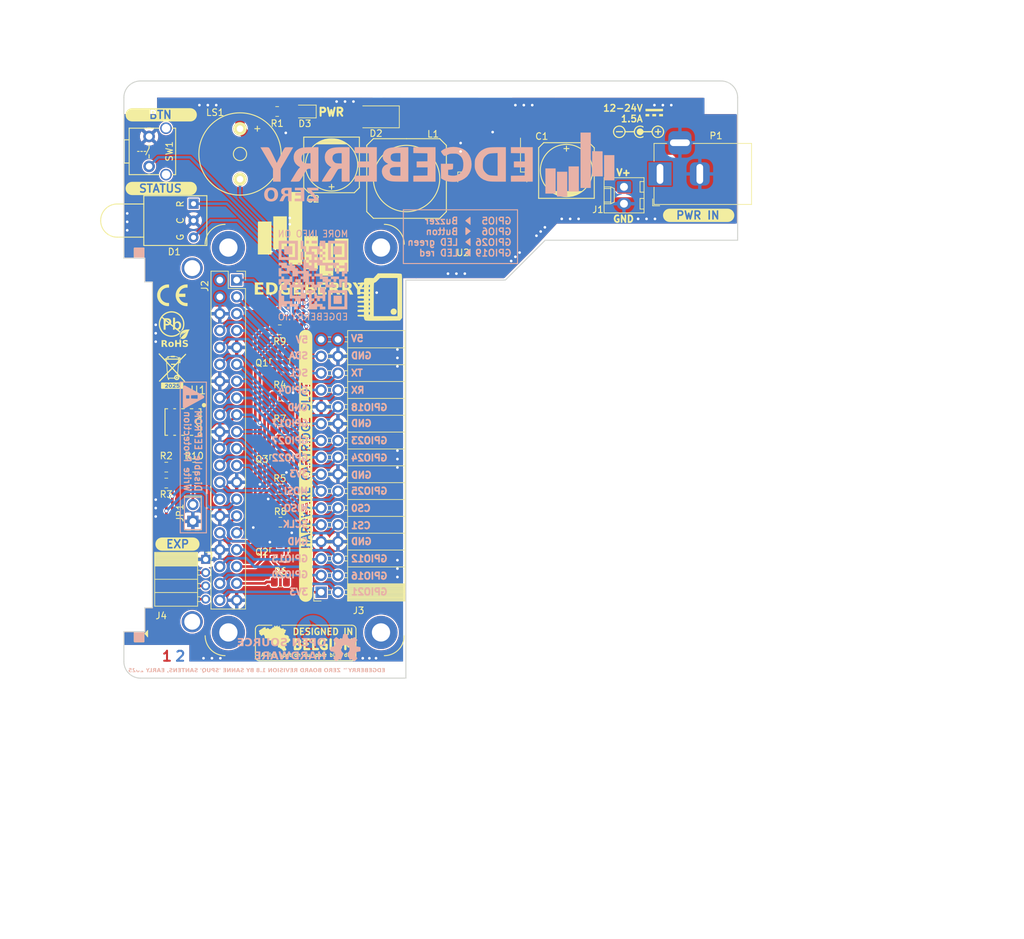
<source format=kicad_pcb>
(kicad_pcb (version 20240108) (generator "pcbnew") (generator_version "8.0")
  (layers (0 "F.Cu" signal) (31 "B.Cu" signal) (34 "B.Paste" user) (35 "F.Paste" user) (36 "B.SilkS" user "B.Silkscreen") (37 "F.SilkS" user "F.Silkscreen") (38 "B.Mask" user) (39 "F.Mask" user) (44 "Edge.Cuts" user))
  (net 0 "")
  (net 1 "+3V3")
  (net 2 "GND")
  (net 3 "btn_1")
  (net 4 "UART_TX")
  (net 5 "UART_RX")
  (net 6 "+12V")
  (net 7 "+5V")
  (net 8 "Net-(D1-A2)")
  (net 9 "Net-(D1-A1)")
  (net 10 "WP")
  (net 11 "Net-(D2-K)")
  (net 12 "Net-(D3-A)")
  (net 13 "I2C_SDA")
  (net 14 "I2C_SCL")
  (net 15 "LED_red")
  (net 16 "ID_SCL")
  (net 17 "ID_SDA")
  (net 18 "buzzer")
  (net 19 "GPIO_4")
  (net 20 "GPIO_23")
  (net 21 "GPIO_24")
  (net 22 "Net-(Q1-C)")
  (net 23 "GPIO_25")
  (net 24 "SPI_SCLK")
  (net 25 "SPI_CS0")
  (net 26 "SPI_CS1")
  (net 27 "SPI_MOSI")
  (net 28 "SPI_MISO")
  (net 29 "GPIO_18")
  (net 30 "GPIO_17")
  (net 31 "GPIO_22")
  (net 32 "GPIO_16")
  (net 33 "GPIO_12")
  (net 34 "GPIO_21")
  (net 35 "GPIO_20")
  (net 36 "GPIO_27")
  (net 37 "GPIO_13")
  (net 38 "LED_green")
  (net 39 "Net-(Q1-B)")
  (net 40 "Net-(Q2-E)")
  (net 41 "Net-(Q2-B)")
  (net 42 "Net-(Q3-E)")
  (net 43 "Net-(Q3-B)")
  (footprint "Capacitors_SMD:c_elec_8x10" (layer "F.Cu") (at 192.849 65.2672 90)
    (property "Reference" "C1")
    (property "Value" "330uF")
  )
  (footprint "Capacitors_SMD:c_elec_8x10" (layer "F.Cu") (at 157.449 64.422 -90)
    (property "Reference" "C2")
    (property "Value" "220uF")
  )
  (footprint "Inductors:SELF-WE-PD-XXL" (layer "F.Cu") (at 168.749 66.472 -90)
    (property "Reference" "L1")
    (property "Value" "33uH")
  )
  (footprint "TO_SOT_Packages_SMD:SOT-23" (layer "F.Cu") (at 149.649 108.772)
    (property "Reference" "Q3")
    (property "Value" "BC547")
  )
  (footprint "TO_SOT_Packages_SMD:SOT-23" (layer "F.Cu") (at 149.649 122.77022)
    (property "Reference" "Q2")
    (property "Value" "BC547")
  )
  (footprint "emcosys:tactile_switch_vertical" (layer "F.Cu") (at 129.949 62.388 -90)
    (property "Reference" "SW1")
    (property "Value" "SW_PUSH")
  )
  (footprint "emcosys:Hole_M2.5" (layer "F.Cu") (at 136.7294 112.266 -90)
    (property "Reference" "REF**" (hide yes))
    (property "Value" "Hole_M3" (hide yes))
  )
  (footprint "TO_SOT_Packages_SMD:SOT-23" (layer "F.Cu") (at 149.649 94.27022)
    (property "Reference" "Q1")
    (property "Value" "BC547")
  )
  (footprint "emcosys:Hole_M2.5_small" (layer "F.Cu") (at 128.649 54.222)
    (property "Reference" "REF**" (hide yes))
    (property "Value" "Hole_M2.5_small" (hide yes))
  )
  (footprint "emcosys:Hole_M2.5_small" (layer "F.Cu") (at 216.149 54.272)
    (property "Reference" "REF**" (hide yes))
    (property "Value" "Hole_M2.5_small" (hide yes))
  )
  (footprint "emcosys:Hole_M2.5_small" (layer "F.Cu") (at 128.649 139.272)
    (property "Reference" "REF**" (hide yes))
    (property "Value" "Hole_M2.5_small" (hide yes))
  )
  (footprint "Buzzers_Beepers:Buzzer_12x9.5RM7.6" (layer "F.Cu") (at 143.649 62.772 -90)
    (property "Reference" "LS1")
    (property "Value" "Buzzer")
  )
  (footprint "Fiducials:Fiducial_1mm_Dia_2.54mm_Outer_CopperTop" (layer "F.Cu") (at 211.75 56.5)
    (property "Reference" "REF**" (hide yes))
    (property "Value" "Fiducial_1mm_Dia_2.54mm_Outer_CopperTop" (hide yes))
  )
  (footprint "Connector_Molex:Molex_KK-254_AE-6410-02A_1x02_P2.54mm_Vertical" (layer "F.Cu") (at 201.517 67.731 -90)
    (property "Reference" "J1")
    (property "Value" "Molex_KK_1x02_P2.54mm")
  )
  (footprint "Resistor_SMD:R_0805_2012Metric" (layer "F.Cu") (at 132.5365 109.972)
    (property "Reference" "R2")
    (property "Value" "10k")
  )
  (footprint "LOGO" (layer "F.Cu") (at 153.149 74.772)
    (property "Reference" "G***" (hide yes))
    (property "Value" "LOGO" (hide yes))
  )
  (footprint "" (layer "F.Cu") (at 141.899 134.882)
    (property "Reference" "")
    (property "Value" "")
  )
  (footprint "Package_TO_SOT_SMD:TO-263-5_TabPin3" (layer "F.Cu") (at 181.674 68.447 -90)
    (property "Reference" "U2")
    (property "Value" "LM2596S-5.0")
  )
  (footprint "LOGO" (layer "F.Cu") (at 148.849 135.772)
    (property "Reference" "G***" (hide yes))
    (property "Value" "LOGO" (hide yes))
  )
  (footprint "Resistor_SMD:R_0805_2012Metric" (layer "F.Cu") (at 149.649 89.272 180)
    (property "Reference" "R9")
    (property "Value" "10k")
  )
  (footprint "LED_SMD:LED_0805_2012Metric" (layer "F.Cu") (at 153.449 56.372 180)
    (property "Reference" "D3")
    (property "Value" "LED")
  )
  (footprint "Connector_PinSocket_2.00mm:PinSocket_1x04_P2.00mm_Horizontal" (layer "F.Cu") (at 138.474 123.872)
    (property "Reference" "J4")
    (property "Value" "Conn_01x04_Socket" (hide yes))
  )
  (footprint "emcosys:SOIC_8" (layer "F.Cu") (at 135.049 103.172 180)
    (property "Reference" "U1")
    (property "Value" "24LC256")
  )
  (footprint "LOGO" (layer "F.Cu") (at 133.749 88.772)
    (property "Reference" "G***" (hide yes))
    (property "Value" "LOGO" (hide yes))
  )
  (footprint "Connector_PinSocket_2.54mm:PinSocket_2x20_P2.54mm_Vertical" (layer "F.Cu") (at 143.149 81.772)
    (property "Reference" "J2")
    (property "Value" "Raspberry_Pi_2_3" (hide yes))
  )
  (footprint "emcosys:bicolor_LED_right_angle" (layer "F.Cu") (at 136.649 72.812 -90)
    (property "Reference" "D1")
    (property "Value" "Led_x2")
  )
  (footprint "Connector_PinHeader_2.54mm:PinHeader_1x02_P2.54mm_Vertical" (layer "F.Cu") (at 136.549 118.147 180)
    (property "Reference" "JP1")
    (property "Value" "Jumper_2_Open" (hide yes))
  )
  (footprint "LOGO" (layer "F.Cu") (at 164.649 84.272)
    (property "Reference" "G***" (hide yes))
    (property "Value" "LOGO" (hide yes))
  )
  (footprint "" (layer "F.Cu") (at 164.899 134.882)
    (property "Reference" "")
    (property "Value" "")
  )
  (footprint "LOGO" (layer "F.Cu") (at 203.749 59.422)
    (property "Reference" "G***" (hide yes))
    (property "Value" "LOGO" (hide yes))
  )
  (footprint "Resistor_SMD:R_0805_2012Metric" (layer "F.Cu") (at 149.249 56.372)
    (property "Reference" "R1")
    (property "Value" "470R")
  )
  (footprint "Resistor_SMD:R_0805_2012Metric" (layer "F.Cu") (at 136.7365 109.972 180)
    (property "Reference" "R10")
    (property "Value" "10k")
  )
  (footprint "Resistor_SMD:R_0805_2012Metric" (layer "F.Cu") (at 149.649 104.272)
    (property "Reference" "R7")
    (property "Value" "22R")
  )
  (footprint "LOGO" (layer "F.Cu") (at 133.449 84.072)
    (property "Reference" "G***" (hide yes))
    (property "Value" "LOGO" (hide yes))
  )
  (footprint "Diode_SMD:D_SMA" (layer "F.Cu") (at 164.149 57.172 180)
    (property "Reference" "D2")
    (property "Value" "SS54")
  )
  (footprint "LOGO" (layer "F.Cu") (at 206.049 56.572)
    (property "Reference" "G***" (hide yes))
    (property "Value" "LOGO" (hide yes))
  )
  (footprint "Resistor_SMD:R_0805_2012Metric" (layer "F.Cu") (at 149.649 99.272 180)
    (property "Reference" "R4")
    (property "Value" "3k3")
  )
  (footprint "Connector_BarrelJack:BarrelJack_Horizontal" (layer "F.Cu") (at 206.949 65.7795 180)
    (property "Reference" "P1")
    (property "Value" "12Vin")
  )
  (footprint "" (layer "F.Cu") (at 141.899 76.882)
    (property "Reference" "")
    (property "Value" "")
  )
  (footprint "Resistor_SMD:R_0805_2012Metric" (layer "F.Cu") (at 149.649 113.272 180)
    (property "Reference" "R5")
    (property "Value" "3k3")
  )
  (footprint "Resistor_SMD:R_0805_2012Metric" (layer "F.Cu") (at 149.7365 118.272)
    (property "Reference" "R8")
    (property "Value" "22R")
  )
  (footprint "Resistor_SMD:R_0805_2012Metric" (layer "F.Cu") (at 132.5365 112.372)
    (property "Reference" "R3")
    (property "Value" "10k")
  )
  (footprint "LOGO" (layer "F.Cu") (at 133.449 94.972)
    (property "Reference" "G***" (hide yes))
    (property "Value" "LOGO" (hide yes))
  )
  (footprint "" (layer "F.Cu") (at 164.899 76.882)
    (property "Reference" "")
    (property "Value" "")
  )
  (footprint "Connector_PinSocket_2.54mm:PinSocket_2x16_P2.54mm_Horizontal" (layer "F.Cu") (at 155.874 128.822 180)
    (property "Reference" "J3")
    (property "Value" "Edgeberry Cartridge Connector")
  )
  (footprint "Resistor_SMD:R_0805_2012Metric" (layer "F.Cu") (at 149.7365 127.272 180)
    (property "Reference" "R6")
    (property "Value" "3k3")
  )
  (footprint "TestPoint:TestPoint_THTPad_2.5x2.5mm_Drill1.2mm" (layer "F.Cu") (at 136.449 79.972)
    (property "Reference" "REF**" (hide yes))
    (property "Value" "TestPoint_THTPad_2.5x2.5mm_Drill1.2mm" (hide yes))
  )
  (footprint "TestPoint:TestPoint_THTPad_2.5x2.5mm_Drill1.2mm" (layer "F.Cu") (at 136.449 133.272)
    (property "Reference" "REF**" (hide yes))
    (property "Value" "TestPoint_THTPad_2.5x2.5mm_Drill1.2mm" (hide yes))
  )
  (footprint "emcosys:SpuQ_5mm_copper" (layer "B.Cu") (at 154.649 134.772 180)
    (property "Reference" "G***" (hide yes))
    (property "Value" "LOGO" (hide yes))
  )
  (footprint "emcosys:Hole_M2.5" (layer "B.Cu") (at 167.649 76.772 180)
    (property "Reference" "REF**" (hide yes))
    (property "Value" "Hole_M3" (hide yes))
  )
  (footprint "LOGO" (layer "B.Cu") (at 136.649 99.372 90)
    (property "Reference" "G***" (hide yes))
    (property "Value" "LOGO" (hide yes))
  )
  (footprint "LOGO" (layer "B.Cu") (at 173.021056 64.347 180)
    (property "Reference" "G***" (hide yes))
    (property "Value" "LOGO" (hide yes))
  )
  (footprint "LOGO" (layer "B.Cu") (at 159.549 137.172 180)
    (property "Reference" "G***" (hide yes))
    (property "Value" "LOGO" (hide yes))
  )
  (footprint "LOGO" (layer "B.Cu") (at 154.649 81.022 180)
    (property "Reference" "G***" (hide yes))
    (property "Value" "LOGO" (hide yes))
  )
  (gr_poly (pts (xy 178.3254 73.3416) (xy 177.6904 72.8336) (xy 178.3254 72.3256)) (stroke (width 0.15)) (fill solid) (layer "B.SilkS"))
  (gr_line (start 138.5794 119.8698) (end 138.5794 97.1622) (stroke (width 0.15)) (layer "B.SilkS"))
  (gr_line (start 185.4778 79.286) (end 168.267 79.286) (stroke (width 0.15)) (layer "B.SilkS"))
  (gr_line (start 137.8174 114.5358) (end 137.8174 119.3618) (stroke (width 0.15)) (layer "B.SilkS"))
  (gr_poly (pts (xy 178.3254 76.542) (xy 177.6904 76.034) (xy 178.3254 75.526)) (stroke (width 0.15)) (fill solid) (layer "B.SilkS"))
  (gr_line (start 135.2774 114.5358) (end 137.8174 114.5358) (stroke (width 0.15)) (layer "B.SilkS"))
  (gr_line (start 134.6424 119.8698) (end 134.6424 97.1622) (stroke (width 0.15)) (layer "B.SilkS"))
  (gr_line (start 135.2774 119.3618) (end 135.2774 114.5358) (stroke (width 0.15)) (layer "B.SilkS"))
  (gr_poly (pts (xy 178.3254 78.1422) (xy 177.6904 77.6342) (xy 178.3254 77.1262)) (stroke (width 0.15)) (fill solid) (layer "B.SilkS"))
  (gr_line (start 185.4778 71.186) (end 168.267 71.186) (stroke (width 0.15)) (layer "B.SilkS"))
  (gr_line (start 134.6424 97.1622) (end 138.5794 97.1622) (stroke (width 0.15)) (layer "B.SilkS"))
  (gr_line (start 138.5794 119.8698) (end 134.6424 119.8698) (stroke (width 0.15)) (layer "B.SilkS"))
  (gr_poly (pts (xy 177.6904 73.9004) (xy 178.3254 74.4084) (xy 177.6904 74.9164)) (stroke (width 0.15)) (fill solid) (layer "B.SilkS"))
  (gr_line (start 185.4778 71.186) (end 185.4778 79.286) (stroke (width 0.15)) (layer "B.SilkS"))
  (gr_line (start 137.8174 119.3618) (end 135.2774 119.3618) (stroke (width 0.15)) (layer "B.SilkS"))
  (gr_line (start 168.267 71.186) (end 168.267 79.286) (stroke (width 0.15)) (layer "B.SilkS"))
  (gr_line (start 160.524736 133.796264) (end 149.949 133.796264) (stroke (width 0.15)) (layer "F.SilkS"))
  (gr_arc (start 160.524736 133.796264) (mid 160.94899 133.97201) (end 161.124736 134.396264) (stroke (width 0.15)) (layer "F.SilkS"))
  (gr_arc (start 165.399 73.382) (mid 167.52032 74.26068) (end 168.399 76.382) (stroke (width 0.15)) (layer "F.SilkS"))
  (gr_line (start 145.973264 134.372) (end 145.973264 138.547736) (stroke (width 0.15)) (layer "F.SilkS"))
  (gr_arc (start 168.399 135.382) (mid 167.52032 137.50332) (end 165.399 138.382) (stroke (width 0.15)) (layer "F.SilkS"))
  (gr_arc (start 138.399 76.382) (mid 139.27768 74.26068) (end 141.399 73.382) (stroke (width 0.15)) (layer "F.SilkS"))
  (gr_arc (start 146.573264 139.147736) (mid 146.14901 138.97199) (end 145.973264 138.547736) (stroke (width 0.15)) (layer "F.SilkS"))
  (gr_line (start 148.449 133.796264) (end 146.573264 133.796264) (stroke (width 0.15)) (layer "F.SilkS"))
  (gr_arc (start 161.124736 138.547736) (mid 160.949019 138.972019) (end 160.524736 139.147736) (stroke (width 0.15)) (layer "F.SilkS"))
  (gr_poly (pts (xy 129.299 135.072) (xy 129.749 135.572) (xy 129.749 134.572)) (stroke (width 0.1)) (fill solid) (layer "F.SilkS"))
  (gr_line (start 146.573264 139.147736) (end 160.524736 139.147736) (stroke (width 0.15)) (layer "F.SilkS"))
  (gr_arc (start 141.399 138.382) (mid 139.27768 137.50332) (end 138.399 135.382) (stroke (width 0.15)) (layer "F.SilkS"))
  (gr_arc (start 145.973264 134.396264) (mid 146.148981 133.971981) (end 146.573264 133.796264) (stroke (width 0.15)) (layer "F.SilkS"))
  (gr_line (start 161.124736 138.547736) (end 161.124736 134.396264) (stroke (width 0.15)) (layer "F.SilkS"))
  (gr_line (start 130.449 131.172) (end 130.449 82.072) (stroke (width 0.15)) (layer "Edge.Cuts"))
  (gr_line (start 183.649 81.772) (end 168.649 81.772) (stroke (width 0.15)) (layer "Edge.Cuts"))
  (gr_line (start 129.299 82.072) (end 129.299 78.472) (stroke (width 0.15)) (layer "Edge.Cuts"))
  (gr_line (start 129.299 78.472) (end 126.149 78.472) (stroke (width 0.15)) (layer "Edge.Cuts"))
  (gr_arc (start 126.149 54.272) (mid 126.881233 52.504233) (end 128.649 51.772) (stroke (width 0.15)) (layer "Edge.Cuts"))
  (gr_line (start 168.649 141.772) (end 168.649 81.772) (stroke (width 0.15)) (layer "Edge.Cuts"))
  (gr_arc (start 216.149 51.772) (mid 217.916767 52.504233) (end 218.649 54.272) (stroke (width 0.15)) (layer "Edge.Cuts"))
  (gr_line (start 126.149 134.772) (end 129.299 134.772) (stroke (width 0.15)) (layer "Edge.Cuts"))
  (gr_line (start 126.149 54.272) (end 126.149 78.472) (stroke (width 0.15)) (layer "Edge.Cuts"))
  (gr_line (start 189.649 75.772) (end 218.649 75.772) (stroke (width 0.15)) (layer "Edge.Cuts"))
  (gr_line (start 129.299 82.072) (end 130.449 82.072) (stroke (width 0.15)) (layer "Edge.Cuts"))
  (gr_line (start 129.299 131.172) (end 130.449 131.172) (stroke (width 0.15)) (layer "Edge.Cuts"))
  (gr_line (start 183.649 81.772) (end 189.649 75.772) (stroke (width 0.15)) (layer "Edge.Cuts"))
  (gr_line (start 126.149 139.272) (end 126.149 134.772) (stroke (width 0.15)) (layer "Edge.Cuts"))
  (gr_line (start 218.649 75.772) (end 218.649 54.272) (stroke (width 0.15)) (layer "Edge.Cuts"))
  (gr_line (start 216.149 51.772) (end 128.649 51.772) (stroke (width 0.15)) (layer "Edge.Cuts"))
  (gr_line (start 168.649 141.772) (end 128.649 141.772) (stroke (width 0.15)) (layer "Edge.Cuts"))
  (gr_arc (start 128.649 141.772) (mid 126.881233 141.039767) (end 126.149 139.272) (stroke (width 0.15)) (layer "Edge.Cuts"))
  (gr_line (start 129.299 134.772) (end 129.299 131.172) (stroke (width 0.15)) (layer "Edge.Cuts"))
  (gr_text "1" (at 132.649 138.472 0) (layer "F.Cu") (effects (font (size 1.5 1.5) (thickness 0.3))))
  (gr_text "2" (at 134.649 138.472 0) (layer "B.Cu") (effects (font (size 1.5 1.5) (thickness 0.3))))
  (gr_text "5V" (at 160.249 90.572 0) (layer "B.SilkS") (effects (font (size 1 1) (thickness 0.25)) (justify right mirror)))
  (gr_text "GPIO24" (at 160.249 108.572 0) (layer "B.SilkS") (effects (font (size 1 1) (thickness 0.25)) (justify right mirror)))
  (gr_text "MOSI" (at 154.049 113.572 0) (layer "B.SilkS") (effects (font (size 1 1) (thickness 0.25)) (justify left mirror)))
  (gr_text "5V" (at 154.049 90.772 0) (layer "B.SilkS") (effects (font (size 1 1) (thickness 0.25)) (justify left mirror)))
  (gr_text "3V3" (at 154.049 110.972 0) (layer "B.SilkS") (effects (font (size 1 1) (thickness 0.25)) (justify left mirror)))
  (gr_text "GND" (at 154.049 100.972 0) (layer "B.SilkS") (effects (font (size 1 1) (thickness 0.25)) (justify left mirror)))
  (gr_text "GND" (at 160.249 111.172 0) (layer "B.SilkS") (effects (font (size 1 1) (thickness 0.25)) (justify right mirror)))
  (gr_text "EDGEBERRY™ ZERO BOARD REVISION 1.8 BY SANNE 'SPUQ' SANTENS, EARLY 2025" (at 165.549 140.972 0) (layer "B.SilkS") (effects (font (size 0.6 0.6)) (justify left bottom mirror)))
  (gr_text "GPIO21" (at 160.249 128.772 0) (layer "B.SilkS") (effects (font (size 1 1) (thickness 0.25)) (justify right mirror)))
  (gr_text "GPIO12" (at 160.249 123.772 0) (layer "B.SilkS") (effects (font (size 1 1) (thickness 0.25)) (justify right mirror)))
  (gr_text "ZERO" (at 147.149 69.072 0) (layer "B.SilkS") (effects (font (size 2 2) (thickness 0.3)) (justify right mirror)))
  (gr_text "GPIO20" (at 154.049 126.172 0) (layer "B.SilkS") (effects (font (size 1 1) (thickness 0.25)) (justify left mirror)))
  (gr_text "GPIO4" (at 154.049 98.372 0) (layer "B.SilkS") (effects (font (size 1 1) (thickness 0.25)) (justify left mirror)))
  (gr_text "GPIO5\nGPIO6\nGPIO26\nGPIO19" (at 184.6778 75.286 0) (layer "B.SilkS") (effects (font (size 1 1) (thickness 0.2)) (justify left mirror)))
  (gr_text "GPIO25" (at 160.249 113.572 0) (layer "B.SilkS") (effects (font (size 1 1) (thickness 0.25)) (justify right mirror)))
  (gr_text "SCL" (at 154.049 95.772 0) (layer "B.SilkS") (effects (font (size 1 1) (thickness 0.25)) (justify left mirror)))
  (gr_text "GND" (at 160.249 93.172 0) (layer "B.SilkS") (effects (font (size 1 1) (thickness 0.25)) (justify right mirror)))
  (gr_text "CS1" (at 160.249 118.772 0) (layer "B.SilkS") (effects (font (size 1 1) (thickness 0.25)) (justify right mirror)))
  (gr_text "MORE INFO ON" (at 154.649 74.822 0) (layer "B.SilkS") (effects (font (size 1 0.95)) (justify mirror)))
  (gr_text "SCLK" (at 154.049 118.572 0) (layer "B.SilkS") (effects (font (size 1 1) (thickness 0.25)) (justify left mirror)))
  (gr_text "GPIO16" (at 160.249 126.372 0) (layer "B.SilkS") (effects (font (size 1 1) (thickness 0.25)) (justify right mirror)))
  (gr_text "GPIO22" (at 154.049 108.572 0) (layer "B.SilkS") (effects (font (size 1 1) (thickness 0.25)) (justify left mirror)))
  (gr_text "CS0" (at 160.249 116.172 0) (layer "B.SilkS") (effects (font (size 1 1) (thickness 0.25)) (justify right mirror)))
  (gr_text "Buzzer\nButton \nLED green\nLED red" (at 176.649 75.272 0) (layer "B.SilkS") (effects (font (size 1 1) (thickness 0.2)) (justify left mirror)))
  (gr_text "GPIO23" (at 160.249 105.972 0) (layer "B.SilkS") (effects (font (size 1 1) (thickness 0.25)) (justify right mirror)))
  (gr_text "SDA" (at 154.049 93.172 0) (layer "B.SilkS") (effects (font (size 1 1) (thickness 0.25)) (justify left mirror)))
  (gr_text "Disable EEPROM\nWrite Protection" (at 136.522 113.7738 -90) (layer "B.SilkS") (effects (font (size 1 1) (thickness 0.2)) (justify left mirror)))
  (gr_text "TX" (at 160.249 95.772 0) (layer "B.SilkS") (effects (font (size 1 1) (thickness 0.25)) (justify right mirror)))
  (gr_text "GND" (at 160.249 103.372 0) (layer "B.SilkS") (effects (font (size 1 1) (thickness 0.25)) (justify right mirror)))
  (gr_text "GPIO18" (at 160.249 100.972 0) (layer "B.SilkS") (effects (font (size 1 1) (thickness 0.25)) (justify right mirror)))
  (gr_text "3V3" (at 154.049 128.772 0) (layer "B.SilkS") (effects (font (size 1 1) (thickness 0.25)) (justify left mirror)))
  (gr_text "GPIO17" (at 154.049 103.372 0) (layer "B.SilkS") (effects (font (size 1 1) (thickness 0.25)) (justify left mirror)))
  (gr_text "GND" (at 154.049 121.172 0) (layer "B.SilkS") (effects (font (size 1 1) (thickness 0.25)) (justify left mirror)))
  (gr_text "GND" (at 160.249 121.172 0) (layer "B.SilkS") (effects (font (size 1 1) (thickness 0.25)) (justify right mirror)))
  (gr_text "GPIO27" (at 154.049 105.972 0) (layer "B.SilkS") (effects (font (size 1 1) (thickness 0.25)) (justify left mirror)))
  (gr_text "RX" (at 160.249 98.372 0) (layer "B.SilkS") (effects (font (size 1 1) (thickness 0.25)) (justify right mirror)))
  (gr_text "EDGEBERRY.IO" (at 154.649 87.322 0) (layer "B.SilkS") (effects (font (size 1 1)) (justify mirror)))
  (gr_text "OPEN SOURCE\nHARDWARE" (at 156.649 139.172 0) (layer "B.SilkS") (effects (font (size 1.2 1.2) (thickness 0.24) (bold yes)) (justify left bottom mirror)))
  (gr_text "GPIO13" (at 154.049 123.772 0) (layer "B.SilkS") (effects (font (size 1 1) (thickness 0.25)) (justify left mirror)))
  (gr_text "MISO" (at 154.049 116.172 0) (layer "B.SilkS") (effects (font (size 1 1) (thickness 0.25)) (justify left mirror)))
  (gr_text "GND" (at 201.449 72.572 0) (layer "F.SilkS") (effects (font (size 1 1) (thickness 0.25))))
  (gr_text "12-24V\n1.5A" (at 204.449 56.672 0) (layer "F.SilkS") (effects (font (size 1 1) (thickness 0.2)) (justify right)))
  (gr_text "DESIGNED IN" (at 156.149 134.772 0) (layer "F.SilkS") (effects (font (size 0.95 0.95) (thickness 0.2))))
  (gr_text "HARDWARE CARTRIDGE SLOT" (at 153.599 109.772 90) (layer "F.SilkS" knockout) (effects (font (size 1.2 1.2) (thickness 0.24) (bold yes))))
  (gr_text "EXP" (at 134.249 121.572 0) (layer "F.SilkS" knockout) (effects (font (size 1.2 1.2) (thickness 0.24) (bold yes))))
  (gr_text "\nBELGIUM" (at 151.349 135.572 0) (layer "F.SilkS") (effects (font (size 1.45 1.45) (thickness 0.3625)) (justify left)))
  (gr_text "STATUS" (at 131.649 67.972 0) (layer "F.SilkS" knockout) (effects (font (size 1.2 1.2) (thickness 0.24) (bold yes))))
  (gr_text "BTN" (at 131.649 56.872 0) (layer "F.SilkS" knockout) (effects (font (size 1.2 1.2) (thickness 0.24) (bold yes))))
  (gr_text "2025" (at 133.449 98.022 0) (layer "F.SilkS" knockout) (effects (font (size 0.5 0.6) (thickness 0.125)) (justify bottom)))
  (gr_text "PWR IN" (at 212.649 72.022 0) (layer "F.SilkS" knockout) (effects (font (size 1.2 1.2) (thickness 0.24) (bold yes))))
  (gr_text "V+" (at 201.449 65.572 0) (layer "F.SilkS") (effects (font (size 1 1) (thickness 0.25))))
  (gr_text "EDGEBERRY" (at 145.649 84.272 0) (layer "F.SilkS") (effects (font (size 1.8 1.8) (thickness 0.36) (bold yes)) (justify left bottom)))
  (gr_text "PWR" (at 157.399 56.472 0) (layer "F.SilkS") (effects (font (size 1.2 1.2) (thickness 0.3) (bold yes))))
  (gr_text "RoHS" (at 131.699 92.022 0) (layer "F.SilkS") (effects (font (size 1 1) (thickness 0.2) (bold yes)) (justify left bottom)))
  (gr_text "A tiny spot on our pale blue dot" (at 146.749 138.272 0) (layer "F.SilkS") (effects (font (size 0.55 0.55) (thickness 0.125)) (justify left)))
  (segment (start 150.5615 87.8595) (end 150.5615 89.272) (width 0.4) (layer "F.Cu") (net 1))
  (segment (start 136.549 122.172) (end 138.949 119.772) (width 0.4) (layer "F.Cu") (net 1))
  (segment (start 154.699 128.822) (end 155.874 128.822) (width 0.4) (layer "F.Cu") (net 1))
  (segment (start 131.624 104.297) (end 132.749 103.172) (width 0.4) (layer "F.Cu") (net 1))
  (segment (start 150.649 86.772) (end 150.649 87.772) (width 0.4) (layer "F.Cu") (net 1))
  (segment (start 136.549 125.172) (end 136.549 122.172) (width 0.4) (layer "F.Cu") (net 1))
  (segment (start 137.649 109.972) (end 138.949 109.972) (width 0.4) (layer "F.Cu") (net 1))
  (segment (start 154.879 111.042) (end 154.249 111.672) (width 0.4) (layer "F.Cu") (net 1))
  (segment (start 131.624 112.272) (end 131.624 109.972) (width 0.4) (layer "F.Cu") (net 1))
  (segment (start 136.954 103.777) (end 136.954 105.622) (width 0.4) (layer "F.Cu") (net 1))
  (segment (start 131.624 109.972) (end 131.624 104.297) (width 0.4) (layer "F.Cu") (net 1))
  (segment (start 150.649 87.772) (end 150.5615 87.8595) (width 0.4) (layer "F.Cu") (net 1))
  (segment (start 154.249 111.672) (end 154.249 128.372) (width 0.4) (layer "F.Cu") (net 1))
  (segment (start 137.249 125.872) (end 136.549 125.172) (width 0.4) (layer "F.Cu") (net 1))
  (segment (start 143.149 102.092) (end 141.899 103.342) (width 0.4) (layer "F.Cu") (net 1))
  (segment (start 154.249 128.372) (end 154.699 128.822) (width 0.4) (layer "F.Cu") (net 1))
  (segment (start 139.999 103.342) (end 138.949 104.392) (width 0.4) (layer "F.Cu") (net 1))
  (segment (start 141.899 103.342) (end 139.999 103.342) (width 0.4) (layer "F.Cu") (net 1))
  (segment (start 138.949 104.392) (end 138.949 105.572) (width 0.4) (layer "F.Cu") (net 1))
  (segment (start 138.899 105.622) (end 138.949 105.572) (width 0.4) (layer "F.Cu") (net 1))
  (segment (start 132.749 103.172) (end 136.349 103.172) (width 0.4) (layer "F.Cu") (net 1))
  (segment (start 138.474 125.872) (end 137.249 125.872) (width 0.4) (layer "F.Cu") (net 1))
  (segment (start 146.649 93.1845) (end 146.649 103.272) (width 0.4) (layer "F.Cu") (net 1))
  (segment (start 150.5615 89.272) (end 146.649 93.1845) (width 0.4) (layer "F.Cu") (net 1))
  (segment (start 136.954 105.622) (end 138.899 105.622) (width 0.4) (layer "F.Cu") (net 1))
  (segment (start 138.949 105.572) (end 138.949 109.972) (width 0.4) (layer "F.Cu") (net 1))
  (segment (start 155.874 111.042) (end 154.879 111.042) (width 0.4) (layer "F.Cu") (net 1))
  (segment (start 138.949 119.772) (end 138.949 109.972) (width 0.4) (layer "F.Cu") (net 1))
  (segment (start 136.349 103.172) (end 136.954 103.777) (width 0.4) (layer "F.Cu") (net 1))
  (via (at 146.649 103.272) (size 0.6) (drill 0.4) (layers "F.Cu" "B.Cu") (net 1))
  (via (at 150.649 86.772) (size 0.6) (drill 0.4) (layers "F.Cu" "B.Cu") (net 1))
  (segment (start 154.419 111.042) (end 155.874 111.042) (width 0.4) (layer "B.Cu") (net 1))
  (segment (start 145.649 81.772) (end 150.649 86.772) (width 0.4) (layer "B.Cu") (net 1))
  (segment (start 143.149 81.772) (end 145.649 81.772) (width 0.4) (layer "B.Cu") (net 1))
  (segment (start 143.149 102.092) (end 145.469 102.092) (width 0.4) (layer "B.Cu") (net 1))
  (segment (start 145.469 102.092) (end 154.419 111.042) (width 0.4) (layer "B.Cu") (net 1))
  (via (at 167.374 94.782) (size 0.6) (drill 0.4) (layers "F.Cu" "B.Cu") (net 2))
  (via (at 126.649 74.272) (size 0.6) (drill 0.4) (layers "F.Cu" "B.Cu") (net 2))
  (via (at 176.264 80.812) (size 0.6) (drill 0.4) (layers "F.Cu" "B.Cu") (net 2))
  (via (at 185.154 55.412) (size 0.6) (drill 0.4) (layers "F.Cu" "B.Cu") (net 2))
  (via (at 163.149 138.772) (size 0.6) (drill 0.4) (layers "F.Cu" "B.Cu") (net 2))
  (via (at 160.749 54.872) (size 0.6) (drill 0.4) (layers "F.Cu" "B.Cu") (net 2))
  (via (at 162.149 138.772) (size 0.6) (drill 0.4) (layers "F.Cu" "B.Cu") (net 2))
  (via (at 167.374 93.512) (size 0.6) (drill 0.4) (layers "F.Cu" "B.Cu") (net 2))
  (via (at 151.449 119.872) (size 0.6) (drill 0.4) (layers "F.Cu" "B.Cu") (net 2))
  (via (at 176.899 62.397) (size 0.6) (drill 0.4) (layers "F.Cu" "B.Cu") (net 2))
  (via (at 167.374 125.262) (size 0.6) (drill 0.4) (layers "F.Cu" "B.Cu") (net 2))
  (via (at 174.994 80.812) (size 0.6) (drill 0.4) (layers "F.Cu" "B.Cu") (net 2))
  (via (at 158.209 54.872) (size 0.6) (drill 0.4) (layers "F.Cu" "B.Cu") (net 2))
  (via (at 206.109 55.412) (size 0.6) (drill 0.4) (layers "F.Cu" "B.Cu") (net 2))
  (via (at 167.374 110.022) (size 0.6) (drill 0.4) (layers "F.Cu" "B.Cu") (net 2))
  (via (at 130.949 116.142) (size 0.6) (drill 0.4) (layers "F.Cu" "B.Cu") (net 2))
  (via (at 193.409 72.557) (size 0.6) (drill 0.4) (layers "F.Cu" "B.Cu") (net 2))
  (via (at 150.549 59.597) (size 0.6) (drill 0.4) (layers "F.Cu" "B.Cu") (net 2))
  (via (at 204.919 72.557) (size 0.6) (drill 0.4) (layers "F.Cu" "B.Cu") (net 2))
  (via (at 145.649 119.072) (size 0.6) (drill 0.4) (layers "F.Cu" "B.Cu") (net 2))
  (via (at 189.599 73.827) (size 0.6) (drill 0.4) (layers "F.Cu" "B.Cu") (net 2))
  (via (at 206.189 72.557) (size 0.6) (drill 0.4) (layers "F.Cu" "B.Cu") (net 2))
  (via (at 187.694 55.412) (size 0.6) (drill 0.4) (layers "F.Cu" "B.Cu") (net 2))
  (via (at 177.534 80.812) (size 0.6) (drill 0.4) (layers "F.Cu" "B.Cu") (net 2))
  (via (at 207.379 55.412) (size 0.6) (drill 0.4) (layers "F.Cu" "B.Cu") (net 2))
  (via (at 140.069 55.412) (size 0.6) (drill 0.4) (layers "F.Cu" "B.Cu") (net 2))
  (via (at 167.374 126.532) (size 0.6) (drill 0.4) (layers "F.Cu" "B.Cu") (net 2))
  (via (at 185.789 77.637) (size 0.6) (drill 0.4) (layers "F.Cu" "B.Cu") (net 2))
  (via (at 146.649 112.572) (size 0.6) (drill 0.4) (layers "F.Cu" "B.Cu") (net 2))
  (via (at 176.899 61.127) (size 0.6) (drill 0.4) (layers "F.Cu" "B.Cu") (net 2))
  (via (at 208.649 55.412) (size 0.6) (drill 0.4) (layers "F.Cu" "B.Cu") (net 2))
  (via (at 138.149 138.772) (size 0.6) (drill 0.4) (layers "F.Cu" "B.Cu") (net 2))
  (via (at 140.689 138.772) (size 0.6) (drill 0.4) (layers "F.Cu" "B.Cu") (net 2))
  (via (at 167.374 108.752) (size 0.6) (drill 0.4) (layers "F.Cu" "B.Cu") (net 2))
  (via (at 164.149 138.772) (size 0.6) (drill 0.4) (layers "F.Cu" "B.Cu") (net 2))
  (via (at 188.329 75.097) (size 0.6) (drill 0.4) (layers "F.Cu" "B.Cu") (net 2))
  (via (at 130.949 88.522) (size 0.6) (drill 0.4) (layers "F.Cu" "B.Cu") (net 2))
  (via (at 126.649 71.732) (size 0.6) (drill 0.4) (layers "F.Cu" "B.Cu") (net 2))
  (via (at 126.649 73.002) (size 0.6) (drill 0.4) (layers "F.Cu" "B.Cu") (net 2))
  (via (at 139.419 138.772) (size 0.6) (drill 0.4) (layers "F.Cu" "B.Cu") (net 2))
  (via (at 130.949 117.412) (size 0.6) (drill 0.4) (layers "F.Cu" "B.Cu") (net 2))
  (via (at 164.249 83.672) (size 0.6) (drill 0.4) (layers "F.Cu" "B.Cu") (net 2))
  (via (at 192.139 72.557) (size 0.6) (drill 0.4) (layers "F.Cu" "B.Cu") (net 2))
  (via (at 138.799 55.412) (size 0.6) (drill 0.4) (layers "F.Cu" "B.Cu") (net 2))
  (via (at 181.725 59.476) (size 0.6) (drill 0.4) (layers "F.Cu" "B.Cu") (net 2))
  (via (at 150.649 110.772) (size 0.6) (drill 0.4) (layers "F.Cu" "B.Cu") (net 2))
  (via (at 148.149 121.272) (size 0.6) (drill 0.4) (layers "F.Cu" "B.Cu") (net 2))
  (via (at 167.374 107.482) (size 0.6) (drill 0.4) (layers "F.Cu" "B.Cu") (net 2))
  (via (at 137.529 55.412) (size 0.6) (drill 0.4) (layers "F.Cu" "B.Cu") (net 2))
  (via (at 130.949 114.872) (size 0.6) (drill 0.4) (layers "F.Cu" "B.Cu") (net 2))
  (via (at 130.949 89.792) (size 0.6) (drill 0.4) (layers "F.Cu" "B.Cu") (net 2))
  (via (at 184.519 78.907) (size 0.6) (drill 0.4) (layers "F.Cu" "B.Cu") (net 2))
  (via (at 185.154 78.272) (size 0.6) (drill 0.4) (layers "F.Cu" "B.Cu") (net 2))
  (via (at 130.949 91.062) (size 0.6) (drill 0.4) (layers "F.Cu" "B.Cu") (net 2))
  (via (at 148.249 90.472) (size 0.6) (drill 0.4) (layers "F.Cu" "B.Cu") (net 2))
  (via (at 188.964 74.462) (size 0.6) (drill 0.4) (layers "F.Cu" "B.Cu") (net 2))
  (via (at 203.649 72.557) (size 0.6) (drill 0.4) (layers "F.Cu" "B.Cu") (net 2))
  (via (at 151.149 73.372) (size 0.6) (drill 0.4) (layers "F.Cu" "B.Cu") (net 2))
  (via (at 151.649 98.772) (size 0.6) (drill 0.4) (layers "F.Cu" "B.Cu") (net 2))
  (via (at 159.479 54.872) (size 0.6) (drill 0.4) (layers "F.Cu" "B.Cu") (net 2))
  (via (at 167.374 123.992) (size 0.6) (drill 0.4) (layers "F.Cu" "B.Cu") (net 2))
  (via (at 186.424 55.412) (size 0.6) (drill 0.4) (layers "F.Cu" "B.Cu") (net 2))
  (via (at 151.149 72.422) (size 0.6) (drill 0.4) (layers "F.Cu" "B.Cu") (net 2))
  (via (at 147.899 114.772) (size 0.6) (drill 0.4) (layers "F.Cu" "B.Cu") (net 2))
  (via (at 167.374 92.242) (size 0.6) (drill 0.4) (layers "F.Cu" "B.Cu") (net 2))
  (via (at 194.679 72.557) (size 0.6) (drill 0.4) (layers "F.Cu" "B.Cu") (net 2))
  (segment (start 148.7365 86.6845) (end 148.7365 89.272) (width 0.4) (layer "F.Cu") (net 3))
  (segment (start 146.949 89.272) (end 148.7365 89.272) (width 0.4) (layer "F.Cu") (net 3))
  (segment (start 145.949 117.072) (end 145.949 90.272) (width 0.4) (layer "F.Cu") (net 3))
  (segment (start 143.149 119.872) (end 145.949 117.072) (width 0.4) (layer "F.Cu") (net 3))
  (segment (start 145.949 90.272) (end 146.949 89.272) (width 0.4) (layer "F.Cu") (net 3))
  (segment (start 153.649 84.772) (end 150.649 84.772) (width 0.4) (layer "F.Cu") (net 3))
  (segment (start 150.649 84.772) (end 148.7365 86.6845) (width 0.4) (layer "F.Cu") (net 3))
  (via (at 153.649 84.772) (size 0.6) (drill 0.4) (layers "F.Cu" "B.Cu") (net 3))
  (segment (start 131.315 63.272) (end 129.949 64.638) (width 0.4) (layer "B.Cu") (net 3))
  (segment (start 136.149 63.272) (end 131.315 63.272) (width 0.4) (layer "B.Cu") (net 3))
  (segment (start 153.649 84.772) (end 153.649 80.772) (width 0.4) (layer "B.Cu") (net 3))
  (segment (start 153.649 80.772) (end 136.149 63.272) (width 0.4) (layer "B.Cu") (net 3))
  (segment (start 144.019 88.142) (end 152.969 97.092) (width 0.4) (layer "B.Cu") (net 4))
  (segment (start 157.124 97.092) (end 158.414 95.802) (width 0.4) (layer "B.Cu") (net 4))
  (segment (start 141.859 88.142) (end 144.019 88.142) (width 0.4) (layer "B.Cu") (net 4))
  (segment (start 152.969 97.092) (end 157.124 97.092) (width 0.4) (layer "B.Cu") (net 4))
  (segment (start 140.609 89.392) (end 141.859 88.142) (width 0.4) (layer "B.Cu") (net 4))
  (segment (start 140.609 91.932) (end 141.859 90.682) (width 0.4) (layer "B.Cu") (net 5))
  (segment (start 153.811944 99.632) (end 157.124 99.632) (width 0.4) (layer "B.Cu") (net 5))
  (segment (start 157.124 99.632) (end 158.414 98.342) (width 0.4) (layer "B.Cu") (net 5))
  (segment (start 141.859 90.682) (end 144.861944 90.682) (width 0.4) (layer "B.Cu") (net 5))
  (segment (start 144.861944 90.682) (end 153.811944 99.632) (width 0.4) (layer "B.Cu") (net 5))
  (segment (start 158.149 88.272) (end 158.149 88.772) (width 0.5) (layer "F.Cu") (net 7))
  (segment (start 157.899 88.022) (end 158.149 88.272) (width 0.5) (layer "F.Cu") (net 7))
  (segment (start 152.149 108.772) (end 152.899 108.022) (width 0.5) (layer "F.Cu") (net 7))
  (segment (start 158.414 89.037) (end 158.414 90.722) (width 0.5) (layer "F.Cu") (net 7))
  (segment (start 147.799 116.122) (end 148.649 115.272) (width 0.5) (layer "F.Cu") (net 7))
  (segment (start 158.849 71.472) (end 159.749 71.472) (width 1.4) (layer "F.Cu") (net 7))
  (segment (start 157.449 65.372) (end 157.449 67.6732) (width 1.4) (layer "F.Cu") (net 7))
  (segment (start 151.149 115.272) (end 152.149 114.272) (width 0.5) (layer "F.Cu") (net 7))
  (segment (start 157.449 67.6732) (end 157.449 70.072) (width 1.4) (layer "F.Cu") (net 7))
  (segment (start 149.649 121.772) (end 149.649 121.272) (width 0.5) (layer "F.Cu") (net 7))
  (segment (start 152.149 114.272) (end 152.149 108.772) (width 0.5) (layer "F.Cu") (net 7))
  (segment (start 152.899 108.022) (end 152.899 88.461339) (width 0.5) (layer "F.Cu") (net 7))
  (segment (start 143.649 58.97216) (end 149.64884 64.972) (width 1.4) (layer "F.Cu") (net 7))
  (segment (start 143.649 58.97216) (end 143.649 57.372) (width 1.4) (layer "F.Cu") (net 7))
  (segment (start 144.649 56.372) (end 148.3365 56.372) (width 1.4) (layer "F.Cu") (net 7))
  (segment (start 143.649 57.372) (end 144.649 56.372) (width 1.4) (layer "F.Cu") (net 7))
  (segment (start 149.649 121.272) (end 147.799 119.422) (width 0.5) (layer "F.Cu") (net 7))
  (segment (start 152.149 108.772) (end 151.15078 107.77378) (width 0.5) (layer "F.Cu") (net 7))
  (segment (start 159.75026 71.47326) (end 168.749 71.47326) (width 1.4) (layer "F.Cu") (net 7))
  (segment (start 153.338339 88.022) (end 157.899 88.022) (width 0.5) (layer "F.Cu") (net 7))
  (segment (start 157.049 64.972) (end 157.449 65.372) (width 1.4) (layer "F.Cu") (net 7))
  (segment (start 148.649 115.272) (end 151.149 115.272) (width 0.5) (layer "F.Cu") (net 7))
  (segment (start 151.15078 107.77378) (end 149.649 107.77378) (width 0.5) (layer "F.Cu") (net 7))
  (segment (start 158.149 88.772) (end 158.414 89.037) (width 0.5) (layer "F.Cu") (net 7))
  (segment (start 152.899 88.461339) (end 153.338339 88.022) (width 0.5) (layer "F.Cu") (net 7))
  (segment (start 159.749 71.472) (end 159.75026 71.47326) (width 1.4) (layer "F.Cu") (net 7))
  (segment (start 157.449 70.072) (end 158.849 71.472) (width 1.4) (layer "F.Cu") (net 7))
  (segment (start 147.799 119.422) (end 147.799 116.122) (width 0.5) (layer "F.Cu") (net 7))
  (segment (start 149.64884 64.972) (end 157.049 64.972) (width 1.4) (layer "F.Cu") (net 7))
  (segment (start 153.649 117.272) (end 152.649 118.272) (width 0.4) (layer "F.Cu") (net 8))
  (segment (start 152.649 118.272) (end 150.649 118.272) (width 0.4) (layer "F.Cu") (net 8))
  (segment (start 153.649 88.772) (end 153.649 117.272) (width 0.4) (layer "F.Cu") (net 8))
  (via (at 153.649 88.772) (size 0.6) (drill 0.4) (layers "F.Cu" "B.Cu") (net 8))
  (segment (start 151.649 81.120528) (end 143.300472 72.772) (width 0.4) (layer "B.Cu") (net 8))
  (segment (start 139.229 72.772) (end 136.649 75.352) (width 0.4) (layer "B.Cu") (net 8))
  (segment (start 153.649 88.772) (end 151.649 86.772) (width 0.4) (layer "B.Cu") (net 8))
  (segment (start 143.300472 72.772) (end 139.229 72.772) (width 0.4) (layer "B.Cu") (net 8))
  (segment (start 151.649 86.772) (end 151.649 81.120528) (width 0.4) (layer "B.Cu") (net 8))
  (segment (start 151.649 104.272) (end 150.5615 104.272) (width 0.4) (layer "F.Cu") (net 9))
  (segment (start 152.249 103.672) (end 151.649 104.272) (width 0.4) (layer "F.Cu") (net 9))
  (segment (start 153.149 86.772) (end 152.249 87.672) (width 0.4) (layer "F.Cu") (net 9))
  (segment (start 153.649 86.772) (end 153.149 86.772) (width 0.4) (layer "F.Cu") (net 9))
  (segment (start 152.249 87.672) (end 152.249 103.672) (width 0.4) (layer "F.Cu") (net 9))
  (via (at 153.649 86.772) (size 0.6) (drill 0.4) (layers "F.Cu" "B.Cu") (net 9))
  (segment (start 152.649 85.772) (end 152.649 81.272) (width 0.4) (layer "B.Cu") (net 9))
  (segment (start 153.649 86.772) (end 152.649 85.772) (width 0.4) (layer "B.Cu") (net 9))
  (segment (start 152.649 81.272) (end 141.649 70.272) (width 0.4) (layer "B.Cu") (net 9))
  (segment (start 141.649 70.272) (end 136.649 70.272) (width 0.4) (layer "B.Cu") (net 9))
  (segment (start 135.824 109.972) (end 135.824 111.947) (width 0.4) (layer "F.Cu") (net 10))
  (segment (start 135.824 108.047) (end 135.684 107.907) (width 0.4) (layer "F.Cu") (net 10))
  (segment (start 135.684 107.907) (end 135.684 105.622) (width 0.4) (layer "F.Cu") (net 10))
  (segment (start 136.549 112.672) (end 136.549 115.607) (width 0.4) (layer "F.Cu") (net 10))
  (segment (start 135.824 109.972) (end 135.824 108.047) (width 0.4) (layer "F.Cu") (net 10))
  (segment (start 135.824 111.947) (end 136.549 112.672) (width 0.4) (layer "F.Cu") (net 10))
  (segment (start 150.1615 56.372) (end 152.5115 56.372) (width 0.4) (layer "F.Cu") (net 12))
  (segment (start 152.139 93.262) (end 155.874 93.262) (width 0.4) (layer "B.Cu") (net 13))
  (segment (start 143.189 84.312) (end 151.609 92.732) (width 0.4) (layer "B.Cu") (net 13))
  (segment (start 151.649 92.772) (end 152.139 93.262) (width 0.4) (layer "B.Cu") (net 13))
  (segment (start 151.609 92.732) (end 151.609 92.772) (width 0.4) (layer "B.Cu") (net 13))
  (segment (start 143.149 84.312) (end 143.189 84.312) (width 0.4) (layer "B.Cu") (net 13))
  (segment (start 143.149 86.852) (end 143.577528 86.852) (width 0.4) (layer "B.Cu") (net 14))
  (segment (start 143.577528 86.852) (end 152.527528 95.802) (width 0.4) (layer "B.Cu") (net 14))
  (segment (start 152.527528 95.802) (end 155.874 95.802) (width 0.4) (layer "B.Cu") (net 14))
  (segment (start 147.149 114.272) (end 148.149 113.272) (width 0.4) (layer "F.Cu") (net 15))
  (segment (start 145.969 124.952) (end 147.149 123.772) (width 0.4) (layer "F.Cu") (net 15))
  (segment (start 143.149 124.952) (end 145.969 124.952) (width 0.4) (layer "F.Cu") (net 15))
  (segment (start 147.149 123.772) (end 147.149 114.272) (width 0.4) (layer "F.Cu") (net 15))
  (segment (start 148.149 113.272) (end 148.7365 113.272) (width 0.4) (layer "F.Cu") (net 15))
  (segment (start 133.449 112.372) (end 133.449 114.372) (width 0.4) (layer "F.Cu") (net 16))
  (segment (start 134.414 111.407) (end 133.449 112.372) (width 0.4) (layer "F.Cu") (net 16))
  (segment (start 134.414 105.622) (end 134.414 111.407) (width 0.4) (layer "F.Cu") (net 16))
  (segment (start 133.449 125.172) (end 133.449 114.372) (width 0.4) (layer "F.Cu") (net 16))
  (segment (start 136.149 127.872) (end 133.449 125.172) (width 0.4) (layer "F.Cu") (net 16))
  (segment (start 138.474 127.872) (end 136.149 127.872) (width 0.4) (layer "F.Cu") (net 16))
  (via (at 133.449 114.372) (size 0.6) (drill 0.4) (layers "F.Cu" "B.Cu") (net 16))
  (segment (start 138.889 113.072) (end 134.749 113.072) (width 0.4) (layer "B.Cu") (net 16))
  (segment (start 134.749 113.072) (end 133.449 114.372) (width 0.4) (layer "B.Cu") (net 16))
  (segment (start 140.609 114.792) (end 138.889 113.072) (width 0.4) (layer "B.Cu") (net 16))
  (segment (start 133.449 109.972) (end 132.5365 110.8845) (width 0.4) (layer "F.Cu") (net 17))
  (segment (start 137.049 129.872) (end 132.549 125.372) (width 0.4) (layer "F.Cu") (net 17))
  (segment (start 133.449 107.782) (end 133.449 109.972) (width 0.4) (layer "F.Cu") (net 17))
  (segment (start 133.144 105.622) (end 133.144 107.477) (width 0.4) (layer "F.Cu") (net 17))
  (segment (start 138.474 129.872) (end 137.049 129.872) (width 0.4) (layer "F.Cu") (net 17))
  (segment (start 132.5365 110.8845) (end 132.5365 116.5595) (width 0.4) (layer "F.Cu") (net 17))
  (segment (start 133.144 107.477) (end 133.449 107.782) (width 0.4) (layer "F.Cu") (net 17))
  (segment (start 132.5365 116.5595) (end 132.549 116.572) (width 0.4) (layer "F.Cu") (net 17))
  (segment (start 132.549 125.372) (end 132.549 116.572) (width 0.4) (layer "F.Cu") (net 17))
  (via (at 132.549 116.572) (size 0.6) (drill 0.4) (layers "F.Cu" "B.Cu") (net 17))
  (segment (start 138.649 115.672) (end 138.649 114.272) (width 0.4) (layer "B.Cu") (net 17))
  (segment (start 138.049 113.672) (end 135.449 113.672) (width 0.4) (layer "B.Cu") (net 17))
  (segment (start 141.899 116.042) (end 139.019 116.042) (width 0.4) (layer "B.Cu") (net 17))
  (segment (start 143.149 114.792) (end 141.899 116.042) (width 0.4) (layer "B.Cu") (net 17))
  (segment (start 138.649 114.272) (end 138.049 113.672) (width 0.4) (layer "B.Cu") (net 17))
  (segment (start 139.019 116.042) (end 138.649 115.672) (width 0.4) (layer "B.Cu") (net 17))
  (segment (start 135.449 113.672) (end 132.549 116.572) (width 0.4) (layer "B.Cu") (net 17))
  (segment (start 147.349 102.072) (end 148.7365 100.6845) (width 0.4) (layer "F.Cu") (net 18))
  (segment (start 146.549 114.023472) (end 147.349 113.223472) (width 0.4) (layer "F.Cu") (net 18))
  (segment (start 141.899 120.522) (end 142.539 121.162) (width 0.4) (layer "F.Cu") (net 18))
  (segment (start 148.7365 100.6845) (end 148.7365 99.272) (width 0.4) (layer "F.Cu") (net 18))
  (segment (start 146.549 119.772) (end 146.549 114.023472) (width 0.4) (layer "F.Cu") (net 18))
  (segment (start 145.159 121.162) (end 146.549 119.772) (width 0.4) (layer "F.Cu") (net 18))
  (segment (start 143.149 117.332) (end 141.899 118.582) (width 0.4) (layer "F.Cu") (net 18))
  (segment (start 141.899 118.582) (end 141.899 120.522) (width 0.4) (layer "F.Cu") (net 18))
  (segment (start 142.539 121.162) (end 145.159 121.162) (width 0.4) (layer "F.Cu") (net 18))
  (segment (start 147.349 113.223472) (end 147.349 102.072) (width 0.4) (layer "F.Cu") (net 18))
  (segment (start 144.420472 89.392) (end 153.370472 98.342) (width 0.4) (layer "B.Cu") (net 19))
  (segment (start 153.370472 98.342) (end 155.874 98.342) (width 0.4) (layer "B.Cu") (net 19))
  (segment (start 143.149 89.392) (end 144.420472 89.392) (width 0.4) (layer "B.Cu") (net 19))
  (segment (start 157.124 107.252) (end 158.414 105.962) (width 0.4) (layer "B.Cu") (net 20))
  (segment (start 141.381233 99.552) (end 142.631233 98.302) (width 0.4) (layer "B.Cu") (net 20))
  (segment (start 145.027528 98.302) (end 153.977528 107.252) (width 0.4) (layer "B.Cu") (net 20))
  (segment (start 142.631233 98.302) (end 145.027528 98.302) (width 0.4) (layer "B.Cu") (net 20))
  (segment (start 153.977528 107.252) (end 157.124 107.252) (width 0.4) (layer "B.Cu") (net 20))
  (segment (start 140.609 102.092) (end 141.859 100.842) (width 0.4) (layer "B.Cu") (net 21))
  (segment (start 157.144 109.772) (end 158.414 108.502) (width 0.4) (layer "B.Cu") (net 21))
  (segment (start 145.719 100.842) (end 154.649 109.772) (width 0.4) (layer "B.Cu") (net 21))
  (segment (start 141.859 100.842) (end 145.719 100.842) (width 0.4) (layer "B.Cu") (net 21))
  (segment (start 154.649 109.772) (end 157.144 109.772) (width 0.4) (layer "B.Cu") (net 21))
  (segment (start 149.649 92.272) (end 149.649 93.272) (width 0.4) (layer "F.Cu") (net 22))
  (segment (start 151.649 86.772) (end 151.649 90.272) (width 0.4) (layer "F.Cu") (net 22))
  (segment (start 153.649 85.772) (end 152.649 85.772) (width 0.4) (layer "F.Cu") (net 22))
  (segment (start 152.649 85.772) (end 151.649 86.772) (width 0.4) (layer "F.Cu") (net 22))
  (segment (start 151.649 90.272) (end 149.649 92.272) (width 0.4) (layer "F.Cu") (net 22))
  (via (at 153.649 85.772) (size 0.6) (drill 0.4) (layers "F.Cu" "B.Cu") (net 22))
  (segment (start 154.649 84.772) (end 154.649 80.272) (width 0.4) (layer "B.Cu") (net 22))
  (segment (start 143.649 69.272) (end 143.649 66.57184) (width 0.4) (layer "B.Cu") (net 22))
  (segment (start 153.649 85.772) (end 154.649 84.772) (width 0.4) (layer "B.Cu") (net 22))
  (segment (start 154.649 80.272) (end 143.649 69.272) (width 0.4) (layer "B.Cu") (net 22))
  (segment (start 140.609 107.172) (end 141.859 105.922) (width 0.4) (layer "B.Cu") (net 23))
  (segment (start 157.124 114.872) (end 158.414 113.582) (width 0.4) (layer "B.Cu") (net 23))
  (segment (start 152.843112 114.872) (end 157.124 114.872) (width 0.4) (layer "B.Cu") (net 23))
  (segment (start 141.859 105.922) (end 143.893112 105.922) (width 0.4) (layer "B.Cu") (net 23))
  (segment (start 143.893112 105.922) (end 152.843112 114.872) (width 0.4) (layer "B.Cu") (net 23))
  (segment (start 145.137528 109.712) (end 154.087528 118.662) (width 0.4) (layer "B.Cu") (net 24))
  (segment (start 154.087528 118.662) (end 155.874 118.662) (width 0.4) (layer "B.Cu") (net 24))
  (segment (start 143.149 109.712) (end 145.137528 109.712) (width 0.4) (layer "B.Cu") (net 24))
  (segment (start 157.164 117.372) (end 158.414 116.122) (width 0.4) (layer "B.Cu") (net 25))
  (segment (start 140.609 109.712) (end 141.859 108.462) (width 0.4) (layer "B.Cu") (net 25))
  (segment (start 144.736056 108.462) (end 153.646056 117.372) (width 0.4) (layer "B.Cu") (net 25))
  (segment (start 153.646056 117.372) (end 157.164 117.372) (width 0.4) (layer "B.Cu") (net 25))
  (segment (start 141.859 108.462) (end 144.736056 108.462) (width 0.4) (layer "B.Cu") (net 25))
  (segment (start 140.609 112.252) (end 141.859 113.502) (width 0.4) (layer "B.Cu") (net 26))
  (segment (start 148.079 113.502) (end 154.489 119.912) (width 0.4) (layer "B.Cu") (net 26))
  (segment (start 157.164 119.912) (end 158.414 118.662) (width 0.4) (layer "B.Cu") (net 26))
  (segment (start 154.489 119.912) (end 157.164 119.912) (width 0.4) (layer "B.Cu") (net 26))
  (segment (start 141.859 113.502) (end 148.079 113.502) (width 0.4) (layer "B.Cu") (net 26))
  (segment (start 143.149 104.632) (end 146.924 104.632) (width 0.4) (layer "B.Cu") (net 27))
  (segment (start 146.924 104.632) (end 155.874 113.582) (width 0.4) (layer "B.Cu") (net 27))
  (segment (start 153.244584 116.122) (end 155.874 116.122) (width 0.4) (layer "B.Cu") (net 28))
  (segment (start 144.294584 107.172) (end 153.244584 116.122) (width 0.4) (layer "B.Cu") (net 28))
  (segment (start 143.149 107.172) (end 144.294584 107.172) (width 0.4) (layer "B.Cu") (net 28))
  (segment (start 140.609 94.472) (end 141.859 93.222) (width 0.4) (layer "B.Cu") (net 29))
  (segment (start 141.859 93.222) (end 143.699 93.222) (width 0.4) (layer "B.Cu") (net 29))
  (segment (start 143.699 93.222) (end 152.649 102.172) (width 0.4) (layer "B.Cu") (net 29))
  (segment (start 152.649 102.172) (end 157.124 102.172) (width 0.4) (layer "B.Cu") (net 29))
  (segment (start 157.124 102.172) (end 158.414 100.882) (width 0.4) (layer "B.Cu") (net 29))
  (segment (start 152.499 103.422) (end 155.874 103.422) (width 0.4) (layer "B.Cu") (net 30))
  (segment (start 143.549 94.472) (end 152.499 103.422) (width 0.4) (layer "B.Cu") (net 30))
  (segment (start 143.149 94.472) (end 143.549 94.472) (width 0.4) (layer "B.Cu") (net 30))
  (segment (start 154.379 108.502) (end 155.874 108.502) (width 0.4) (layer "B.Cu") (net 31))
  (segment (start 145.429 99.552) (end 154.379 108.502) (width 0.4) (layer "B.Cu") (net 31))
  (segment (start 143.149 99.552) (end 145.429 99.552) (width 0.4) (layer "B.Cu") (net 31))
  (segment (start 145.869 124.992) (end 157.124 124.992) (width 0.4) (layer "B.Cu") (net 32))
  (segment (start 141.859 123.702) (end 144.579 123.702) (width 0.4) (layer "B.Cu") (net 32))
  (segment (start 140.609 124.952) (end 141.859 123.702) (width 0.4) (layer "B.Cu") (net 32))
  (segment (start 157.124 124.992) (end 158.414 126.282) (width 0.4) (layer "B.Cu") (net 32))
  (segment (start 144.579 123.702) (end 145.869 124.992) (width 0.4) (layer "B.Cu") (net 32))
  (segment (start 141.859 121.122) (end 144.499 121.122) (width 0.4) (layer "B.Cu") (net 33))
  (segment (start 140.609 119.872) (end 141.859 121.122) (width 0.4) (layer "B.Cu") (net 33))
  (segment (start 157.164 122.492) (end 158.414 123.742) (width 0.4) (layer "B.Cu") (net 33))
  (segment (start 145.869 122.492) (end 157.164 122.492) (width 0.4) (layer "B.Cu") (net 33))
  (segment (start 144.499 121.122) (end 145.869 122.492) (width 0.4) (layer "B.Cu") (net 33))
  (segment (start 141.859 128.782) (end 153.334 128.782) (width 0.4) (layer "B.Cu") (net 34))
  (segment (start 157.164 127.572) (end 158.414 128.822) (width 0.4) (layer "B.Cu") (net 34))
  (segment (start 154.544 127.572) (end 157.164 127.572) (width 0.4) (layer "B.Cu") (net 34))
  (segment (start 153.334 128.782) (end 154.544 127.572) (width 0.4) (layer "B.Cu") (net 34))
  (segment (start 140.609 130.032) (end 141.859 128.782) (width 0.4) (layer "B.Cu") (net 34))
  (segment (start 140.609 127.492) (end 141.859 126.242) (width 0.4) (layer "B.Cu") (net 35))
  (segment (start 141.859 126.242) (end 155.834 126.242) (width 0.4) (layer "B.Cu") (net 35))
  (segment (start 143.149 97.012) (end 144.586056 97.012) (width 0.4) (layer "B.Cu") (net 36))
  (segment (start 144.586056 97.012) (end 153.536056 105.962) (width 0.4) (layer "B.Cu") (net 36))
  (segment (start 153.536056 105.962) (end 155.339 105.962) (width 0.4) (layer "B.Cu") (net 36))
  (segment (start 155.744 123.872) (end 155.874 123.742) (width 0.4) (layer "B.Cu") (net 37))
  (segment (start 145.749 123.872) (end 155.744 123.872) (width 0.4) (layer "B.Cu") (net 37))
  (segment (start 143.149 122.412) (end 144.289 122.412) (width 0.4) (layer "B.Cu") (net 37))
  (segment (start 144.289 122.412) (end 145.649 123.772) (width 0.4) (layer "B.Cu") (net 37))
  (segment (start 145.649 123.772) (end 145.749 123.872) (width 0.4) (layer "B.Cu") (net 37))
  (segment (start 147.429 127.492) (end 147.649 127.272) (width 0.4) (layer "F.Cu") (net 38))
  (segment (start 143.149 127.492) (end 147.429 127.492) (width 0.4) (layer "F.Cu") (net 38))
  (segment (start 147.649 127.272) (end 148.824 127.272) (width 0.4) (layer "F.Cu") (net 38))
  (segment (start 148.699 96.322) (end 148.699 95.27098) (width 0.4) (layer "F.Cu") (net 39))
  (segment (start 150.5615 98.1845) (end 148.699 96.322) (width 0.4) (layer "F.Cu") (net 39))
  (segment (start 150.5615 99.272) (end 150.5615 98.1845) (width 0.4) (layer "F.Cu") (net 39))
  (segment (start 150.599 120.822) (end 148.824 119.047) (width 0.4) (layer "F.Cu") (net 40))
  (segment (start 150.599 123.77098) (end 150.599 120.822) (width 0.4) (layer "F.Cu") (net 40))
  (segment (start 148.824 119.047) (end 148.824 118.272) (width 0.4) (layer "F.Cu") (net 40))
  (segment (start 148.699 124.322) (end 148.699 123.77098) (width 0.4) (layer "F.Cu") (net 41))
  (segment (start 150.649 126.272) (end 148.699 124.322) (width 0.4) (layer "F.Cu") (net 41))
  (segment (start 150.649 127.272) (end 150.649 126.272) (width 0.4) (layer "F.Cu") (net 41))
  (segment (start 148.649 107.272) (end 148.7365 107.1845) (width 0.4) (layer "F.Cu") (net 42))
  (segment (start 150.14976 109.77276) (end 148.649 108.272) (width 0.4) (layer "F.Cu") (net 42))
  (segment (start 150.599 109.77276) (end 150.14976 109.77276) (width 0.4) (layer "F.Cu") (net 42))
  (segment (start 148.7365 107.1845) (end 148.7365 104.272) (width 0.4) (layer "F.Cu") (net 42))
  (segment (start 148.649 108.272) (end 148.649 107.272) (width 0.4) (layer "F.Cu") (net 42))
  (segment (start 150.5615 113.272) (end 150.5615 112.1845) (width 0.4) (layer "F.Cu") (net 43))
  (segment (start 150.5615 112.1845) (end 148.699 110.322) (width 0.4) (layer "F.Cu") (net 43))
  (segment (start 148.699 110.322) (end 148.699 109.77276) (width 0.4) (layer "F.Cu") (net 43))
  (zone (net 0) (net_name "") (layer "F.Cu") (connect_pads yes (clearance 0)) (min_thickness 0.254)
    (keepout (tracks allowed) (vias allowed) (pads allowed) (copperpour not_allowed) (footprints allowed))
    (fill (thermal_gap 0.508) (thermal_bridge_width 0.508))
    (polygon (pts (xy 136.012 140.152) (xy 131.132 140.152) (xy 131.132 136.777) (xy 136.012 136.777)))
  )
  (zone (net 7) (net_name "+5V") (layer "F.Cu") (connect_pads yes (clearance 0.2)) (min_thickness 0.2) (fill yes (thermal_gap 0.508) (thermal_bridge_width 0.508))
    (polygon (pts (xy 180.809 58.588) (xy 180.809 64.938) (xy 180.555 65.192) (xy 179.285 65.192) (xy 179.031 64.938) (xy 179.031 60.112) (xy 176.237 60.112) (xy 175.729 60.62) (xy 175.729 73.574) (xy 170.141 79.162) (xy 165.823 79.162) (xy 162.389 82.596) (xy 162.389 89.618) (xy 160.103 91.904) (xy 155.023 91.904) (xy 154.769 91.65) (xy 154.769 89.872) (xy 156.649 88.272) (xy 156.649 87.272) (xy 156.649 86.272) (xy 156.649 85.272) (xy 156.149 84.772) (xy 155.649 84.272) (xy 155.149 83.772) (xy 154.649 83.272) (xy 148.649 83.272) (xy 146.149 85.772) (xy 139.649 85.772) (xy 139.149 85.272) (xy 139.149 80.772) (xy 139.649 80.272) (xy 144.649 80.272) (xy 152.649 74.772) (xy 152.649 69.772) (xy 153.649 68.772) (xy 170.649 68.748) (xy 171.411 67.986) (xy 171.411 59.35) (xy 172.935 57.826) (xy 180.047 57.826)))
  )
  (zone (net 11) (net_name "Net-(D2-K)") (layer "F.Cu") (connect_pads yes (clearance 0.25)) (min_thickness 0.5) (fill yes (thermal_gap 0.508) (thermal_bridge_width 0.508))
    (polygon (pts (xy 184.111 55.032) (xy 184.111 64.938) (xy 183.857 65.192) (xy 182.841 65.192) (xy 182.587 64.938) (xy 182.587 58.334) (xy 181.571 57.318) (xy 172.681 57.318) (xy 170.903 59.096) (xy 170.903 67.986) (xy 170.649 68.24) (xy 164.807 68.24) (xy 164.299 67.732) (xy 164.299 55.032) (xy 165.049 54.324) (xy 183.449 54.372)))
  )
  (zone (net 2) (net_name "GND") (layer "F.Cu") (connect_pads yes (clearance 0.25)) (min_thickness 0.5) (fill yes (thermal_gap 0.508) (thermal_bridge_width 0.508))
    (polygon (pts (xy 218.523 73.272) (xy 191.399 73.272) (xy 187.789 77.172) (xy 183.471 81.49) (xy 170.15 81.49) (xy 170.141 79.797) (xy 176.259 73.87) (xy 176.259 64.806) (xy 176.237 64.684) (xy 176.237 60.874) (xy 176.745 60.366) (xy 178.777 60.366) (xy 178.777 65.192) (xy 177.883 65.192) (xy 177.883 65.234) (xy 179.153 66.504) (xy 180.169 66.504) (xy 181.085 65.488) (xy 181.085 65.06) (xy 181.063 64.938) (xy 181.063 58.842) (xy 181.317 58.588) (xy 182.079 58.588) (xy 182.333 58.842) (xy 182.333 64.938) (xy 182.349 65.192) (xy 182.347 65.192) (xy 182.347 65.488) (xy 183.149 66.504) (xy 197.3 66.504) (xy 200.2 69.298) (xy 208.871 69.298) (xy 210.141 68.028) (xy 210.141 64.218) (xy 208.871 62.9) (xy 202.2 62.9) (xy 198.7 59.138) (xy 184.741 59.138) (xy 184.487 58.884) (xy 184.487 54.312) (xy 218.523 54.312)))
  )
  (zone (net 6) (net_name "+12V") (layer "F.Cu") (connect_pads yes (clearance 0.25)) (min_thickness 0.5) (fill yes (thermal_gap 0.508) (thermal_bridge_width 0.508))
    (polygon (pts (xy 201.9 63.4) (xy 208.749 63.414) (xy 209.765 64.43) (xy 209.765 67.732) (xy 208.749 68.748) (xy 200.7 68.75) (xy 197.8 66) (xy 185.127 65.954) (xy 184.365 65.192) (xy 184.365 60.112) (xy 184.873 59.604) (xy 198.6 59.9)))
  )
  (zone (net 0) (net_name "") (layer "F.Cu") (connect_pads (clearance 0)) (min_thickness 0.5)
    (keepout (tracks not_allowed) (vias not_allowed) (pads allowed) (copperpour not_allowed) (footprints allowed))
    (fill (thermal_gap 0.508) (thermal_bridge_width 0.508))
    (polygon (pts (xy 218.649 56.772) (xy 213.649 56.772) (xy 213.649 51.772) (xy 218.649 51.772)))
  )
  (zone (net 0) (net_name "") (layer "F.Cu") (connect_pads (clearance 0)) (min_thickness 0.5)
    (keepout (tracks not_allowed) (vias not_allowed) (pads allowed) (copperpour not_allowed) (footprints allowed))
    (fill (thermal_gap 0.508) (thermal_bridge_width 0.508))
    (polygon (pts (xy 131.149 56.772) (xy 126.149 56.772) (xy 126.149 51.772) (xy 131.149 51.772)))
  )
  (zone (net 2) (net_name "GND") (layer "F.Cu") (connect_pads (clearance 0.2)) (min_thickness 0.1) (fill yes (thermal_gap 0.508) (thermal_bridge_width 0.508))
    (polygon (pts (xy 163.659 67.774) (xy 163.151 68.282) (xy 162.135 68.282) (xy 157.055 68.202) (xy 153.149 68.202) (xy 152.149 69.272) (xy 152.149 74.772) (xy 144.649 79.772) (xy 139.649 79.772) (xy 138.649 80.772) (xy 138.649 85.272) (xy 139.649 86.272) (xy 146.149 86.272) (xy 148.649 83.772) (xy 154.649 83.772) (xy 156.149 85.272) (xy 156.149 87.272) (xy 156.149 87.772) (xy 156.149 88.272) (xy 155.649 88.772) (xy 155.023 89.11) (xy 154.261 89.872) (xy 154.261 91.904) (xy 154.769 92.412) (xy 160.103 92.412) (xy 162.897 89.618) (xy 162.897 82.76) (xy 165.945 79.712) (xy 170.26 79.72) (xy 170.263 79.966) (xy 170.263 81.49) (xy 168.231 81.49) (xy 168.149 139.272) (xy 126.149 139.272) (xy 126.149 90.772) (xy 126.149 81.272) (xy 126.149 54.272) (xy 163.659 54.312)))
  )
  (zone (net 0) (net_name "") (layer "F.Cu") (connect_pads (clearance 0)) (min_thickness 0.5)
    (keepout (tracks not_allowed) (vias not_allowed) (pads allowed) (copperpour not_allowed) (footprints allowed))
    (fill (thermal_gap 0.508) (thermal_bridge_width 0.508))
    (polygon (pts (xy 126.149 141.772) (xy 126.149 136.772) (xy 131.149 136.772) (xy 131.149 141.772)))
  )
  (zone (net 0) (net_name "") (layer "B.Cu") (connect_pads yes (clearance 0)) (min_thickness 0.254)
    (keepout (tracks allowed) (vias allowed) (pads allowed) (copperpour not_allowed) (footprints allowed))
    (fill (thermal_gap 0.508) (thermal_bridge_width 0.508))
    (polygon (pts (xy 136.012 140.152) (xy 131.132 140.152) (xy 131.132 136.777) (xy 136.012 136.777)))
  )
  (zone (net 0) (net_name "") (layer "B.Cu") (connect_pads (clearance 0)) (min_thickness 0.5)
    (keepout (tracks not_allowed) (vias not_allowed) (pads allowed) (copperpour not_allowed) (footprints allowed))
    (fill (thermal_gap 0.508) (thermal_bridge_width 0.508))
    (polygon (pts (xy 131.149 56.772) (xy 126.149 56.772) (xy 126.149 51.772) (xy 131.149 51.772)))
  )
  (zone (net 0) (net_name "") (layer "B.Cu") (connect_pads (clearance 0)) (min_thickness 0.5)
    (keepout (tracks not_allowed) (vias not_allowed) (pads allowed) (copperpour not_allowed) (footprints allowed))
    (fill (thermal_gap 0.508) (thermal_bridge_width 0.508))
    (polygon (pts (xy 213.649 56.772) (xy 218.649 56.772) (xy 218.649 51.772) (xy 213.649 51.772)))
  )
  (zone (net 2) (net_name "GND") (layer "B.Cu") (connect_pads (clearance 0.2)) (min_thickness 0.1) (fill yes (thermal_gap 0.508) (thermal_bridge_width 0.508))
    (polygon (pts (xy 218.523 54.312) (xy 218.523 73.272) (xy 191.399 73.272) (xy 187.789 77.172) (xy 183.471 81.49) (xy 168.485 81.49) (xy 168.231 81.49) (xy 168.231 139.272) (xy 126.149 139.272) (xy 126.149 93.772) (xy 126.149 84.272) (xy 126.149 54.272)))
  )
  (zone (net 0) (net_name "") (layer "B.Cu") (connect_pads (clearance 0)) (min_thickness 0.5)
    (keepout (tracks not_allowed) (vias not_allowed) (pads allowed) (copperpour not_allowed) (footprints allowed))
    (fill (thermal_gap 0.508) (thermal_bridge_width 0.508))
    (polygon (pts (xy 126.149 141.772) (xy 126.149 136.772) (xy 131.149 136.772) (xy 131.149 141.772)))
  )
  (zone (net 0) (net_name "") (layers "*.SilkS") (connect_pads (clearance 0.2)) (min_thickness 0.25) (fill yes (thermal_gap 0.5) (thermal_bridge_width 0.5))
    (polygon (pts (xy 127.649 76.872) (xy 129.249 76.872) (xy 129.249 78.472) (xy 127.649 78.472)))
  )
  (zone (net 0) (net_name "") (layers "*.SilkS") (connect_pads (clearance 0.2)) (min_thickness 0.25) (fill yes (thermal_gap 0.5) (thermal_bridge_width 0.5))
    (polygon (pts (xy 127.649 134.772) (xy 129.249 134.772) (xy 129.249 136.372) (xy 127.649 136.372)))
  )
  (zone (net 0) (net_name "") (layer "F.SilkS") (connect_pads (clearance 0.2)) (min_thickness 0.1) (fill yes (thermal_gap 0.508) (thermal_bridge_width 0.508) (smoothing fillet) (radius 1.5))
    (polygon (pts (xy 137.549 122.572) (xy 137.549 120.572) (xy 130.899 120.572) (xy 130.899 122.572)))
  )
  (zone (net 0) (net_name "") (layer "F.SilkS") (connect_pads (clearance 0.2)) (min_thickness 0.1) (fill yes (thermal_gap 0.508) (thermal_bridge_width 0.508) (smoothing fillet) (radius 1.5))
    (polygon (pts (xy 154.549 89.272) (xy 152.549 89.272) (xy 152.549 130.272) (xy 154.549 130.272)))
  )
  (zone (net 0) (net_name "") (layer "F.SilkS") (connect_pads (clearance 0.2)) (min_thickness 0.1) (fill yes (thermal_gap 0.508) (thermal_bridge_width 0.508) (smoothing fillet) (radius 1.5))
    (polygon (pts (xy 218.149 73.022) (xy 218.149 71.022) (xy 207.399 71.022) (xy 207.399 73.022)))
  )
  (zone (net 0) (net_name "") (layer "F.SilkS") (connect_pads (clearance 0.2)) (min_thickness 0.1) (fill yes (thermal_gap 0.508) (thermal_bridge_width 0.508) (smoothing fillet) (radius 1.5))
    (polygon (pts (xy 137.149 57.872) (xy 137.149 55.872) (xy 126.399 55.872) (xy 126.399 57.872)))
  )
  (zone (net 0) (net_name "") (layer "F.SilkS") (connect_pads (clearance 0)) (min_thickness 0.1) (fill yes (thermal_gap 0.5) (thermal_bridge_width 0.5) (smoothing fillet) (radius 0.1))
    (polygon (pts (xy 135.099 98.172) (xy 131.749 98.172) (xy 131.749 97.222) (xy 135.099 97.222)))
  )
  (zone (net 0) (net_name "") (layer "F.SilkS") (connect_pads (clearance 0.2)) (min_thickness 0.1) (fill yes (thermal_gap 0.508) (thermal_bridge_width 0.508) (smoothing fillet) (radius 1.5))
    (polygon (pts (xy 137.149 68.972) (xy 137.149 66.972) (xy 126.399 66.972) (xy 126.399 68.972)))
  )
)
</source>
